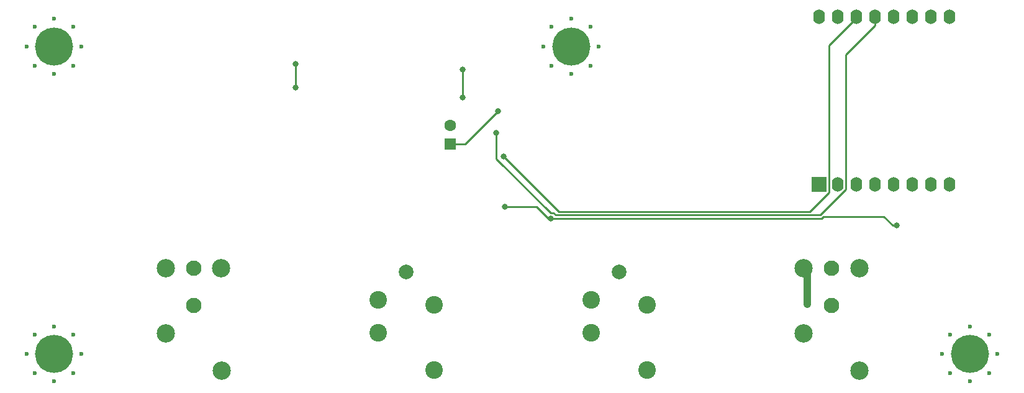
<source format=gbr>
G04 #@! TF.GenerationSoftware,KiCad,Pcbnew,5.1.4+dfsg1-1*
G04 #@! TF.CreationDate,2020-04-24T21:08:45-06:00*
G04 #@! TF.ProjectId,balanced-xlr,62616c61-6e63-4656-942d-786c722e6b69,rev?*
G04 #@! TF.SameCoordinates,Original*
G04 #@! TF.FileFunction,Copper,L2,Bot*
G04 #@! TF.FilePolarity,Positive*
%FSLAX46Y46*%
G04 Gerber Fmt 4.6, Leading zero omitted, Abs format (unit mm)*
G04 Created by KiCad (PCBNEW 5.1.4+dfsg1-1) date 2020-04-24 21:08:45*
%MOMM*%
%LPD*%
G04 APERTURE LIST*
%ADD10C,1.600000*%
%ADD11R,1.600000X1.600000*%
%ADD12C,0.600000*%
%ADD13C,5.200000*%
%ADD14C,2.100000*%
%ADD15C,2.500000*%
%ADD16O,1.600000X2.000000*%
%ADD17R,2.000000X2.000000*%
%ADD18C,2.400000*%
%ADD19C,2.000000*%
%ADD20C,0.800000*%
%ADD21C,0.250000*%
%ADD22C,1.000000*%
G04 APERTURE END LIST*
D10*
X99500000Y-97000000D03*
D11*
X99500000Y-99500000D03*
D12*
X173000000Y-130800000D03*
X167700000Y-130800000D03*
X173000000Y-125500000D03*
X167700000Y-125500000D03*
X166600000Y-128150000D03*
X174100000Y-128150000D03*
X170350000Y-131900000D03*
X170350000Y-124400000D03*
D13*
X170350000Y-128150000D03*
D12*
X48150000Y-88850000D03*
X42850000Y-88850000D03*
X48150000Y-83550000D03*
X42850000Y-83550000D03*
X41750000Y-86200000D03*
X49250000Y-86200000D03*
X45500000Y-89950000D03*
X45500000Y-82450000D03*
D13*
X45500000Y-86200000D03*
D12*
X48150000Y-130800000D03*
X42850000Y-130800000D03*
X48150000Y-125500000D03*
X42850000Y-125500000D03*
X41750000Y-128150000D03*
X49250000Y-128150000D03*
X45500000Y-131900000D03*
X45500000Y-124400000D03*
D13*
X45500000Y-128150000D03*
D12*
X118650000Y-88850000D03*
X113350000Y-88850000D03*
X118650000Y-83550000D03*
X113350000Y-83550000D03*
X112250000Y-86200000D03*
X119750000Y-86200000D03*
X116000000Y-89950000D03*
X116000000Y-82450000D03*
D13*
X116000000Y-86200000D03*
D14*
X151500000Y-121500000D03*
X151500000Y-116420000D03*
D15*
X155300000Y-116420000D03*
X147700000Y-116420000D03*
X147690000Y-125310000D03*
X155310000Y-130390000D03*
D16*
X149800000Y-82140000D03*
X152340000Y-82140000D03*
X154880000Y-82140000D03*
X157420000Y-82140000D03*
X159960000Y-82140000D03*
X162500000Y-82140000D03*
X165040000Y-82140000D03*
X167580000Y-82140000D03*
X167580000Y-105000000D03*
X165040000Y-105000000D03*
X162500000Y-105000000D03*
X159960000Y-105000000D03*
X157420000Y-105000000D03*
X154880000Y-105000000D03*
D17*
X149800000Y-105000000D03*
D16*
X152340000Y-105000000D03*
D14*
X64500000Y-121500000D03*
X64500000Y-116420000D03*
D15*
X68300000Y-116420000D03*
X60700000Y-116420000D03*
X60690000Y-125310000D03*
X68310000Y-130390000D03*
D18*
X118690000Y-125260000D03*
X126310000Y-130340000D03*
X118690000Y-120815000D03*
X126310000Y-121450000D03*
D19*
X122500000Y-117000000D03*
D18*
X89690000Y-125260000D03*
X97310000Y-130340000D03*
X89690000Y-120815000D03*
X97310000Y-121450000D03*
D19*
X93500000Y-117000000D03*
D20*
X101200000Y-93200000D03*
X101200000Y-89400000D03*
X160400000Y-110600000D03*
X106925000Y-108075000D03*
X113250010Y-109650010D03*
X106000000Y-95000000D03*
X148200000Y-121400000D03*
X106800000Y-101200000D03*
X105800000Y-98000000D03*
X78400000Y-91800000D03*
X78400000Y-88600000D03*
D21*
X101200000Y-93200000D02*
X101200000Y-89400000D01*
X150367414Y-109400000D02*
X150117404Y-109650010D01*
X158634315Y-109400000D02*
X150367414Y-109400000D01*
X160400000Y-110600000D02*
X159834315Y-110600000D01*
X159834315Y-110600000D02*
X158634315Y-109400000D01*
X113250010Y-109650010D02*
X112850010Y-109650010D01*
X150117404Y-109650010D02*
X113250010Y-109650010D01*
X111275000Y-108075000D02*
X106925000Y-108075000D01*
X112850010Y-109650010D02*
X111275000Y-108075000D01*
X99500000Y-99500000D02*
X101500000Y-99500000D01*
X101500000Y-99500000D02*
X106000000Y-95000000D01*
D22*
X148200000Y-116920000D02*
X147700000Y-116420000D01*
X148200000Y-121400000D02*
X148200000Y-116920000D01*
D21*
X114325010Y-108725010D02*
X106800000Y-101200000D01*
X154880000Y-82340000D02*
X151125001Y-86094999D01*
X154880000Y-82140000D02*
X154880000Y-82340000D01*
X151125001Y-86094999D02*
X151125001Y-106134635D01*
X151125001Y-106134635D02*
X148534626Y-108725010D01*
X148534626Y-108725010D02*
X114325010Y-108725010D01*
X113598011Y-108925009D02*
X113198011Y-108925009D01*
X157420000Y-83390000D02*
X153465010Y-87344990D01*
X153465010Y-87344990D02*
X153465010Y-105665994D01*
X113198011Y-108925009D02*
X105800000Y-101526998D01*
X153465010Y-105665994D02*
X149931004Y-109200000D01*
X149931004Y-109200000D02*
X113873002Y-109200000D01*
X113873002Y-109200000D02*
X113598011Y-108925009D01*
X157420000Y-82140000D02*
X157420000Y-83390000D01*
X105800000Y-101526998D02*
X105800000Y-98565685D01*
X105800000Y-98565685D02*
X105800000Y-98000000D01*
X78400000Y-91800000D02*
X78400000Y-88600000D01*
M02*

</source>
